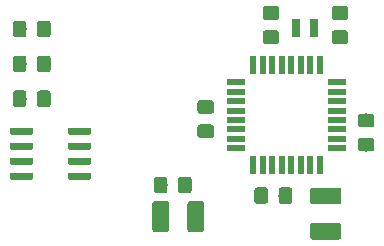
<source format=gbr>
G04 #@! TF.GenerationSoftware,KiCad,Pcbnew,(5.1.4)-1*
G04 #@! TF.CreationDate,2020-02-16T23:58:49-07:00*
G04 #@! TF.ProjectId,Torchic,546f7263-6869-4632-9e6b-696361645f70,rev?*
G04 #@! TF.SameCoordinates,Original*
G04 #@! TF.FileFunction,Paste,Top*
G04 #@! TF.FilePolarity,Positive*
%FSLAX46Y46*%
G04 Gerber Fmt 4.6, Leading zero omitted, Abs format (unit mm)*
G04 Created by KiCad (PCBNEW (5.1.4)-1) date 2020-02-16 23:58:49*
%MOMM*%
%LPD*%
G04 APERTURE LIST*
%ADD10C,0.100000*%
%ADD11C,1.425000*%
%ADD12R,0.800000X1.500000*%
%ADD13C,0.600000*%
%ADD14C,1.150000*%
%ADD15R,0.550000X1.600000*%
%ADD16R,1.600000X0.550000*%
G04 APERTURE END LIST*
D10*
G36*
X78138004Y-57731204D02*
G01*
X78162273Y-57734804D01*
X78186071Y-57740765D01*
X78209171Y-57749030D01*
X78231349Y-57759520D01*
X78252393Y-57772133D01*
X78272098Y-57786747D01*
X78290277Y-57803223D01*
X78306753Y-57821402D01*
X78321367Y-57841107D01*
X78333980Y-57862151D01*
X78344470Y-57884329D01*
X78352735Y-57907429D01*
X78358696Y-57931227D01*
X78362296Y-57955496D01*
X78363500Y-57980000D01*
X78363500Y-60130000D01*
X78362296Y-60154504D01*
X78358696Y-60178773D01*
X78352735Y-60202571D01*
X78344470Y-60225671D01*
X78333980Y-60247849D01*
X78321367Y-60268893D01*
X78306753Y-60288598D01*
X78290277Y-60306777D01*
X78272098Y-60323253D01*
X78252393Y-60337867D01*
X78231349Y-60350480D01*
X78209171Y-60360970D01*
X78186071Y-60369235D01*
X78162273Y-60375196D01*
X78138004Y-60378796D01*
X78113500Y-60380000D01*
X77188500Y-60380000D01*
X77163996Y-60378796D01*
X77139727Y-60375196D01*
X77115929Y-60369235D01*
X77092829Y-60360970D01*
X77070651Y-60350480D01*
X77049607Y-60337867D01*
X77029902Y-60323253D01*
X77011723Y-60306777D01*
X76995247Y-60288598D01*
X76980633Y-60268893D01*
X76968020Y-60247849D01*
X76957530Y-60225671D01*
X76949265Y-60202571D01*
X76943304Y-60178773D01*
X76939704Y-60154504D01*
X76938500Y-60130000D01*
X76938500Y-57980000D01*
X76939704Y-57955496D01*
X76943304Y-57931227D01*
X76949265Y-57907429D01*
X76957530Y-57884329D01*
X76968020Y-57862151D01*
X76980633Y-57841107D01*
X76995247Y-57821402D01*
X77011723Y-57803223D01*
X77029902Y-57786747D01*
X77049607Y-57772133D01*
X77070651Y-57759520D01*
X77092829Y-57749030D01*
X77115929Y-57740765D01*
X77139727Y-57734804D01*
X77163996Y-57731204D01*
X77188500Y-57730000D01*
X78113500Y-57730000D01*
X78138004Y-57731204D01*
X78138004Y-57731204D01*
G37*
D11*
X77651000Y-59055000D03*
D10*
G36*
X75163004Y-57731204D02*
G01*
X75187273Y-57734804D01*
X75211071Y-57740765D01*
X75234171Y-57749030D01*
X75256349Y-57759520D01*
X75277393Y-57772133D01*
X75297098Y-57786747D01*
X75315277Y-57803223D01*
X75331753Y-57821402D01*
X75346367Y-57841107D01*
X75358980Y-57862151D01*
X75369470Y-57884329D01*
X75377735Y-57907429D01*
X75383696Y-57931227D01*
X75387296Y-57955496D01*
X75388500Y-57980000D01*
X75388500Y-60130000D01*
X75387296Y-60154504D01*
X75383696Y-60178773D01*
X75377735Y-60202571D01*
X75369470Y-60225671D01*
X75358980Y-60247849D01*
X75346367Y-60268893D01*
X75331753Y-60288598D01*
X75315277Y-60306777D01*
X75297098Y-60323253D01*
X75277393Y-60337867D01*
X75256349Y-60350480D01*
X75234171Y-60360970D01*
X75211071Y-60369235D01*
X75187273Y-60375196D01*
X75163004Y-60378796D01*
X75138500Y-60380000D01*
X74213500Y-60380000D01*
X74188996Y-60378796D01*
X74164727Y-60375196D01*
X74140929Y-60369235D01*
X74117829Y-60360970D01*
X74095651Y-60350480D01*
X74074607Y-60337867D01*
X74054902Y-60323253D01*
X74036723Y-60306777D01*
X74020247Y-60288598D01*
X74005633Y-60268893D01*
X73993020Y-60247849D01*
X73982530Y-60225671D01*
X73974265Y-60202571D01*
X73968304Y-60178773D01*
X73964704Y-60154504D01*
X73963500Y-60130000D01*
X73963500Y-57980000D01*
X73964704Y-57955496D01*
X73968304Y-57931227D01*
X73974265Y-57907429D01*
X73982530Y-57884329D01*
X73993020Y-57862151D01*
X74005633Y-57841107D01*
X74020247Y-57821402D01*
X74036723Y-57803223D01*
X74054902Y-57786747D01*
X74074607Y-57772133D01*
X74095651Y-57759520D01*
X74117829Y-57749030D01*
X74140929Y-57740765D01*
X74164727Y-57734804D01*
X74188996Y-57731204D01*
X74213500Y-57730000D01*
X75138500Y-57730000D01*
X75163004Y-57731204D01*
X75163004Y-57731204D01*
G37*
D11*
X74676000Y-59055000D03*
D10*
G36*
X89745504Y-59577204D02*
G01*
X89769773Y-59580804D01*
X89793571Y-59586765D01*
X89816671Y-59595030D01*
X89838849Y-59605520D01*
X89859893Y-59618133D01*
X89879598Y-59632747D01*
X89897777Y-59649223D01*
X89914253Y-59667402D01*
X89928867Y-59687107D01*
X89941480Y-59708151D01*
X89951970Y-59730329D01*
X89960235Y-59753429D01*
X89966196Y-59777227D01*
X89969796Y-59801496D01*
X89971000Y-59826000D01*
X89971000Y-60751000D01*
X89969796Y-60775504D01*
X89966196Y-60799773D01*
X89960235Y-60823571D01*
X89951970Y-60846671D01*
X89941480Y-60868849D01*
X89928867Y-60889893D01*
X89914253Y-60909598D01*
X89897777Y-60927777D01*
X89879598Y-60944253D01*
X89859893Y-60958867D01*
X89838849Y-60971480D01*
X89816671Y-60981970D01*
X89793571Y-60990235D01*
X89769773Y-60996196D01*
X89745504Y-60999796D01*
X89721000Y-61001000D01*
X87571000Y-61001000D01*
X87546496Y-60999796D01*
X87522227Y-60996196D01*
X87498429Y-60990235D01*
X87475329Y-60981970D01*
X87453151Y-60971480D01*
X87432107Y-60958867D01*
X87412402Y-60944253D01*
X87394223Y-60927777D01*
X87377747Y-60909598D01*
X87363133Y-60889893D01*
X87350520Y-60868849D01*
X87340030Y-60846671D01*
X87331765Y-60823571D01*
X87325804Y-60799773D01*
X87322204Y-60775504D01*
X87321000Y-60751000D01*
X87321000Y-59826000D01*
X87322204Y-59801496D01*
X87325804Y-59777227D01*
X87331765Y-59753429D01*
X87340030Y-59730329D01*
X87350520Y-59708151D01*
X87363133Y-59687107D01*
X87377747Y-59667402D01*
X87394223Y-59649223D01*
X87412402Y-59632747D01*
X87432107Y-59618133D01*
X87453151Y-59605520D01*
X87475329Y-59595030D01*
X87498429Y-59586765D01*
X87522227Y-59580804D01*
X87546496Y-59577204D01*
X87571000Y-59576000D01*
X89721000Y-59576000D01*
X89745504Y-59577204D01*
X89745504Y-59577204D01*
G37*
D11*
X88646000Y-60288500D03*
D10*
G36*
X89745504Y-56602204D02*
G01*
X89769773Y-56605804D01*
X89793571Y-56611765D01*
X89816671Y-56620030D01*
X89838849Y-56630520D01*
X89859893Y-56643133D01*
X89879598Y-56657747D01*
X89897777Y-56674223D01*
X89914253Y-56692402D01*
X89928867Y-56712107D01*
X89941480Y-56733151D01*
X89951970Y-56755329D01*
X89960235Y-56778429D01*
X89966196Y-56802227D01*
X89969796Y-56826496D01*
X89971000Y-56851000D01*
X89971000Y-57776000D01*
X89969796Y-57800504D01*
X89966196Y-57824773D01*
X89960235Y-57848571D01*
X89951970Y-57871671D01*
X89941480Y-57893849D01*
X89928867Y-57914893D01*
X89914253Y-57934598D01*
X89897777Y-57952777D01*
X89879598Y-57969253D01*
X89859893Y-57983867D01*
X89838849Y-57996480D01*
X89816671Y-58006970D01*
X89793571Y-58015235D01*
X89769773Y-58021196D01*
X89745504Y-58024796D01*
X89721000Y-58026000D01*
X87571000Y-58026000D01*
X87546496Y-58024796D01*
X87522227Y-58021196D01*
X87498429Y-58015235D01*
X87475329Y-58006970D01*
X87453151Y-57996480D01*
X87432107Y-57983867D01*
X87412402Y-57969253D01*
X87394223Y-57952777D01*
X87377747Y-57934598D01*
X87363133Y-57914893D01*
X87350520Y-57893849D01*
X87340030Y-57871671D01*
X87331765Y-57848571D01*
X87325804Y-57824773D01*
X87322204Y-57800504D01*
X87321000Y-57776000D01*
X87321000Y-56851000D01*
X87322204Y-56826496D01*
X87325804Y-56802227D01*
X87331765Y-56778429D01*
X87340030Y-56755329D01*
X87350520Y-56733151D01*
X87363133Y-56712107D01*
X87377747Y-56692402D01*
X87394223Y-56674223D01*
X87412402Y-56657747D01*
X87432107Y-56643133D01*
X87453151Y-56630520D01*
X87475329Y-56620030D01*
X87498429Y-56611765D01*
X87522227Y-56605804D01*
X87546496Y-56602204D01*
X87571000Y-56601000D01*
X89721000Y-56601000D01*
X89745504Y-56602204D01*
X89745504Y-56602204D01*
G37*
D11*
X88646000Y-57313500D03*
D12*
X87668800Y-43103800D03*
X86168800Y-43103800D03*
D10*
G36*
X63707703Y-55326722D02*
G01*
X63722264Y-55328882D01*
X63736543Y-55332459D01*
X63750403Y-55337418D01*
X63763710Y-55343712D01*
X63776336Y-55351280D01*
X63788159Y-55360048D01*
X63799066Y-55369934D01*
X63808952Y-55380841D01*
X63817720Y-55392664D01*
X63825288Y-55405290D01*
X63831582Y-55418597D01*
X63836541Y-55432457D01*
X63840118Y-55446736D01*
X63842278Y-55461297D01*
X63843000Y-55476000D01*
X63843000Y-55776000D01*
X63842278Y-55790703D01*
X63840118Y-55805264D01*
X63836541Y-55819543D01*
X63831582Y-55833403D01*
X63825288Y-55846710D01*
X63817720Y-55859336D01*
X63808952Y-55871159D01*
X63799066Y-55882066D01*
X63788159Y-55891952D01*
X63776336Y-55900720D01*
X63763710Y-55908288D01*
X63750403Y-55914582D01*
X63736543Y-55919541D01*
X63722264Y-55923118D01*
X63707703Y-55925278D01*
X63693000Y-55926000D01*
X62043000Y-55926000D01*
X62028297Y-55925278D01*
X62013736Y-55923118D01*
X61999457Y-55919541D01*
X61985597Y-55914582D01*
X61972290Y-55908288D01*
X61959664Y-55900720D01*
X61947841Y-55891952D01*
X61936934Y-55882066D01*
X61927048Y-55871159D01*
X61918280Y-55859336D01*
X61910712Y-55846710D01*
X61904418Y-55833403D01*
X61899459Y-55819543D01*
X61895882Y-55805264D01*
X61893722Y-55790703D01*
X61893000Y-55776000D01*
X61893000Y-55476000D01*
X61893722Y-55461297D01*
X61895882Y-55446736D01*
X61899459Y-55432457D01*
X61904418Y-55418597D01*
X61910712Y-55405290D01*
X61918280Y-55392664D01*
X61927048Y-55380841D01*
X61936934Y-55369934D01*
X61947841Y-55360048D01*
X61959664Y-55351280D01*
X61972290Y-55343712D01*
X61985597Y-55337418D01*
X61999457Y-55332459D01*
X62013736Y-55328882D01*
X62028297Y-55326722D01*
X62043000Y-55326000D01*
X63693000Y-55326000D01*
X63707703Y-55326722D01*
X63707703Y-55326722D01*
G37*
D13*
X62868000Y-55626000D03*
D10*
G36*
X63707703Y-54056722D02*
G01*
X63722264Y-54058882D01*
X63736543Y-54062459D01*
X63750403Y-54067418D01*
X63763710Y-54073712D01*
X63776336Y-54081280D01*
X63788159Y-54090048D01*
X63799066Y-54099934D01*
X63808952Y-54110841D01*
X63817720Y-54122664D01*
X63825288Y-54135290D01*
X63831582Y-54148597D01*
X63836541Y-54162457D01*
X63840118Y-54176736D01*
X63842278Y-54191297D01*
X63843000Y-54206000D01*
X63843000Y-54506000D01*
X63842278Y-54520703D01*
X63840118Y-54535264D01*
X63836541Y-54549543D01*
X63831582Y-54563403D01*
X63825288Y-54576710D01*
X63817720Y-54589336D01*
X63808952Y-54601159D01*
X63799066Y-54612066D01*
X63788159Y-54621952D01*
X63776336Y-54630720D01*
X63763710Y-54638288D01*
X63750403Y-54644582D01*
X63736543Y-54649541D01*
X63722264Y-54653118D01*
X63707703Y-54655278D01*
X63693000Y-54656000D01*
X62043000Y-54656000D01*
X62028297Y-54655278D01*
X62013736Y-54653118D01*
X61999457Y-54649541D01*
X61985597Y-54644582D01*
X61972290Y-54638288D01*
X61959664Y-54630720D01*
X61947841Y-54621952D01*
X61936934Y-54612066D01*
X61927048Y-54601159D01*
X61918280Y-54589336D01*
X61910712Y-54576710D01*
X61904418Y-54563403D01*
X61899459Y-54549543D01*
X61895882Y-54535264D01*
X61893722Y-54520703D01*
X61893000Y-54506000D01*
X61893000Y-54206000D01*
X61893722Y-54191297D01*
X61895882Y-54176736D01*
X61899459Y-54162457D01*
X61904418Y-54148597D01*
X61910712Y-54135290D01*
X61918280Y-54122664D01*
X61927048Y-54110841D01*
X61936934Y-54099934D01*
X61947841Y-54090048D01*
X61959664Y-54081280D01*
X61972290Y-54073712D01*
X61985597Y-54067418D01*
X61999457Y-54062459D01*
X62013736Y-54058882D01*
X62028297Y-54056722D01*
X62043000Y-54056000D01*
X63693000Y-54056000D01*
X63707703Y-54056722D01*
X63707703Y-54056722D01*
G37*
D13*
X62868000Y-54356000D03*
D10*
G36*
X63707703Y-52786722D02*
G01*
X63722264Y-52788882D01*
X63736543Y-52792459D01*
X63750403Y-52797418D01*
X63763710Y-52803712D01*
X63776336Y-52811280D01*
X63788159Y-52820048D01*
X63799066Y-52829934D01*
X63808952Y-52840841D01*
X63817720Y-52852664D01*
X63825288Y-52865290D01*
X63831582Y-52878597D01*
X63836541Y-52892457D01*
X63840118Y-52906736D01*
X63842278Y-52921297D01*
X63843000Y-52936000D01*
X63843000Y-53236000D01*
X63842278Y-53250703D01*
X63840118Y-53265264D01*
X63836541Y-53279543D01*
X63831582Y-53293403D01*
X63825288Y-53306710D01*
X63817720Y-53319336D01*
X63808952Y-53331159D01*
X63799066Y-53342066D01*
X63788159Y-53351952D01*
X63776336Y-53360720D01*
X63763710Y-53368288D01*
X63750403Y-53374582D01*
X63736543Y-53379541D01*
X63722264Y-53383118D01*
X63707703Y-53385278D01*
X63693000Y-53386000D01*
X62043000Y-53386000D01*
X62028297Y-53385278D01*
X62013736Y-53383118D01*
X61999457Y-53379541D01*
X61985597Y-53374582D01*
X61972290Y-53368288D01*
X61959664Y-53360720D01*
X61947841Y-53351952D01*
X61936934Y-53342066D01*
X61927048Y-53331159D01*
X61918280Y-53319336D01*
X61910712Y-53306710D01*
X61904418Y-53293403D01*
X61899459Y-53279543D01*
X61895882Y-53265264D01*
X61893722Y-53250703D01*
X61893000Y-53236000D01*
X61893000Y-52936000D01*
X61893722Y-52921297D01*
X61895882Y-52906736D01*
X61899459Y-52892457D01*
X61904418Y-52878597D01*
X61910712Y-52865290D01*
X61918280Y-52852664D01*
X61927048Y-52840841D01*
X61936934Y-52829934D01*
X61947841Y-52820048D01*
X61959664Y-52811280D01*
X61972290Y-52803712D01*
X61985597Y-52797418D01*
X61999457Y-52792459D01*
X62013736Y-52788882D01*
X62028297Y-52786722D01*
X62043000Y-52786000D01*
X63693000Y-52786000D01*
X63707703Y-52786722D01*
X63707703Y-52786722D01*
G37*
D13*
X62868000Y-53086000D03*
D10*
G36*
X63707703Y-51516722D02*
G01*
X63722264Y-51518882D01*
X63736543Y-51522459D01*
X63750403Y-51527418D01*
X63763710Y-51533712D01*
X63776336Y-51541280D01*
X63788159Y-51550048D01*
X63799066Y-51559934D01*
X63808952Y-51570841D01*
X63817720Y-51582664D01*
X63825288Y-51595290D01*
X63831582Y-51608597D01*
X63836541Y-51622457D01*
X63840118Y-51636736D01*
X63842278Y-51651297D01*
X63843000Y-51666000D01*
X63843000Y-51966000D01*
X63842278Y-51980703D01*
X63840118Y-51995264D01*
X63836541Y-52009543D01*
X63831582Y-52023403D01*
X63825288Y-52036710D01*
X63817720Y-52049336D01*
X63808952Y-52061159D01*
X63799066Y-52072066D01*
X63788159Y-52081952D01*
X63776336Y-52090720D01*
X63763710Y-52098288D01*
X63750403Y-52104582D01*
X63736543Y-52109541D01*
X63722264Y-52113118D01*
X63707703Y-52115278D01*
X63693000Y-52116000D01*
X62043000Y-52116000D01*
X62028297Y-52115278D01*
X62013736Y-52113118D01*
X61999457Y-52109541D01*
X61985597Y-52104582D01*
X61972290Y-52098288D01*
X61959664Y-52090720D01*
X61947841Y-52081952D01*
X61936934Y-52072066D01*
X61927048Y-52061159D01*
X61918280Y-52049336D01*
X61910712Y-52036710D01*
X61904418Y-52023403D01*
X61899459Y-52009543D01*
X61895882Y-51995264D01*
X61893722Y-51980703D01*
X61893000Y-51966000D01*
X61893000Y-51666000D01*
X61893722Y-51651297D01*
X61895882Y-51636736D01*
X61899459Y-51622457D01*
X61904418Y-51608597D01*
X61910712Y-51595290D01*
X61918280Y-51582664D01*
X61927048Y-51570841D01*
X61936934Y-51559934D01*
X61947841Y-51550048D01*
X61959664Y-51541280D01*
X61972290Y-51533712D01*
X61985597Y-51527418D01*
X61999457Y-51522459D01*
X62013736Y-51518882D01*
X62028297Y-51516722D01*
X62043000Y-51516000D01*
X63693000Y-51516000D01*
X63707703Y-51516722D01*
X63707703Y-51516722D01*
G37*
D13*
X62868000Y-51816000D03*
D10*
G36*
X68657703Y-51516722D02*
G01*
X68672264Y-51518882D01*
X68686543Y-51522459D01*
X68700403Y-51527418D01*
X68713710Y-51533712D01*
X68726336Y-51541280D01*
X68738159Y-51550048D01*
X68749066Y-51559934D01*
X68758952Y-51570841D01*
X68767720Y-51582664D01*
X68775288Y-51595290D01*
X68781582Y-51608597D01*
X68786541Y-51622457D01*
X68790118Y-51636736D01*
X68792278Y-51651297D01*
X68793000Y-51666000D01*
X68793000Y-51966000D01*
X68792278Y-51980703D01*
X68790118Y-51995264D01*
X68786541Y-52009543D01*
X68781582Y-52023403D01*
X68775288Y-52036710D01*
X68767720Y-52049336D01*
X68758952Y-52061159D01*
X68749066Y-52072066D01*
X68738159Y-52081952D01*
X68726336Y-52090720D01*
X68713710Y-52098288D01*
X68700403Y-52104582D01*
X68686543Y-52109541D01*
X68672264Y-52113118D01*
X68657703Y-52115278D01*
X68643000Y-52116000D01*
X66993000Y-52116000D01*
X66978297Y-52115278D01*
X66963736Y-52113118D01*
X66949457Y-52109541D01*
X66935597Y-52104582D01*
X66922290Y-52098288D01*
X66909664Y-52090720D01*
X66897841Y-52081952D01*
X66886934Y-52072066D01*
X66877048Y-52061159D01*
X66868280Y-52049336D01*
X66860712Y-52036710D01*
X66854418Y-52023403D01*
X66849459Y-52009543D01*
X66845882Y-51995264D01*
X66843722Y-51980703D01*
X66843000Y-51966000D01*
X66843000Y-51666000D01*
X66843722Y-51651297D01*
X66845882Y-51636736D01*
X66849459Y-51622457D01*
X66854418Y-51608597D01*
X66860712Y-51595290D01*
X66868280Y-51582664D01*
X66877048Y-51570841D01*
X66886934Y-51559934D01*
X66897841Y-51550048D01*
X66909664Y-51541280D01*
X66922290Y-51533712D01*
X66935597Y-51527418D01*
X66949457Y-51522459D01*
X66963736Y-51518882D01*
X66978297Y-51516722D01*
X66993000Y-51516000D01*
X68643000Y-51516000D01*
X68657703Y-51516722D01*
X68657703Y-51516722D01*
G37*
D13*
X67818000Y-51816000D03*
D10*
G36*
X68657703Y-52786722D02*
G01*
X68672264Y-52788882D01*
X68686543Y-52792459D01*
X68700403Y-52797418D01*
X68713710Y-52803712D01*
X68726336Y-52811280D01*
X68738159Y-52820048D01*
X68749066Y-52829934D01*
X68758952Y-52840841D01*
X68767720Y-52852664D01*
X68775288Y-52865290D01*
X68781582Y-52878597D01*
X68786541Y-52892457D01*
X68790118Y-52906736D01*
X68792278Y-52921297D01*
X68793000Y-52936000D01*
X68793000Y-53236000D01*
X68792278Y-53250703D01*
X68790118Y-53265264D01*
X68786541Y-53279543D01*
X68781582Y-53293403D01*
X68775288Y-53306710D01*
X68767720Y-53319336D01*
X68758952Y-53331159D01*
X68749066Y-53342066D01*
X68738159Y-53351952D01*
X68726336Y-53360720D01*
X68713710Y-53368288D01*
X68700403Y-53374582D01*
X68686543Y-53379541D01*
X68672264Y-53383118D01*
X68657703Y-53385278D01*
X68643000Y-53386000D01*
X66993000Y-53386000D01*
X66978297Y-53385278D01*
X66963736Y-53383118D01*
X66949457Y-53379541D01*
X66935597Y-53374582D01*
X66922290Y-53368288D01*
X66909664Y-53360720D01*
X66897841Y-53351952D01*
X66886934Y-53342066D01*
X66877048Y-53331159D01*
X66868280Y-53319336D01*
X66860712Y-53306710D01*
X66854418Y-53293403D01*
X66849459Y-53279543D01*
X66845882Y-53265264D01*
X66843722Y-53250703D01*
X66843000Y-53236000D01*
X66843000Y-52936000D01*
X66843722Y-52921297D01*
X66845882Y-52906736D01*
X66849459Y-52892457D01*
X66854418Y-52878597D01*
X66860712Y-52865290D01*
X66868280Y-52852664D01*
X66877048Y-52840841D01*
X66886934Y-52829934D01*
X66897841Y-52820048D01*
X66909664Y-52811280D01*
X66922290Y-52803712D01*
X66935597Y-52797418D01*
X66949457Y-52792459D01*
X66963736Y-52788882D01*
X66978297Y-52786722D01*
X66993000Y-52786000D01*
X68643000Y-52786000D01*
X68657703Y-52786722D01*
X68657703Y-52786722D01*
G37*
D13*
X67818000Y-53086000D03*
D10*
G36*
X68657703Y-54056722D02*
G01*
X68672264Y-54058882D01*
X68686543Y-54062459D01*
X68700403Y-54067418D01*
X68713710Y-54073712D01*
X68726336Y-54081280D01*
X68738159Y-54090048D01*
X68749066Y-54099934D01*
X68758952Y-54110841D01*
X68767720Y-54122664D01*
X68775288Y-54135290D01*
X68781582Y-54148597D01*
X68786541Y-54162457D01*
X68790118Y-54176736D01*
X68792278Y-54191297D01*
X68793000Y-54206000D01*
X68793000Y-54506000D01*
X68792278Y-54520703D01*
X68790118Y-54535264D01*
X68786541Y-54549543D01*
X68781582Y-54563403D01*
X68775288Y-54576710D01*
X68767720Y-54589336D01*
X68758952Y-54601159D01*
X68749066Y-54612066D01*
X68738159Y-54621952D01*
X68726336Y-54630720D01*
X68713710Y-54638288D01*
X68700403Y-54644582D01*
X68686543Y-54649541D01*
X68672264Y-54653118D01*
X68657703Y-54655278D01*
X68643000Y-54656000D01*
X66993000Y-54656000D01*
X66978297Y-54655278D01*
X66963736Y-54653118D01*
X66949457Y-54649541D01*
X66935597Y-54644582D01*
X66922290Y-54638288D01*
X66909664Y-54630720D01*
X66897841Y-54621952D01*
X66886934Y-54612066D01*
X66877048Y-54601159D01*
X66868280Y-54589336D01*
X66860712Y-54576710D01*
X66854418Y-54563403D01*
X66849459Y-54549543D01*
X66845882Y-54535264D01*
X66843722Y-54520703D01*
X66843000Y-54506000D01*
X66843000Y-54206000D01*
X66843722Y-54191297D01*
X66845882Y-54176736D01*
X66849459Y-54162457D01*
X66854418Y-54148597D01*
X66860712Y-54135290D01*
X66868280Y-54122664D01*
X66877048Y-54110841D01*
X66886934Y-54099934D01*
X66897841Y-54090048D01*
X66909664Y-54081280D01*
X66922290Y-54073712D01*
X66935597Y-54067418D01*
X66949457Y-54062459D01*
X66963736Y-54058882D01*
X66978297Y-54056722D01*
X66993000Y-54056000D01*
X68643000Y-54056000D01*
X68657703Y-54056722D01*
X68657703Y-54056722D01*
G37*
D13*
X67818000Y-54356000D03*
D10*
G36*
X68657703Y-55326722D02*
G01*
X68672264Y-55328882D01*
X68686543Y-55332459D01*
X68700403Y-55337418D01*
X68713710Y-55343712D01*
X68726336Y-55351280D01*
X68738159Y-55360048D01*
X68749066Y-55369934D01*
X68758952Y-55380841D01*
X68767720Y-55392664D01*
X68775288Y-55405290D01*
X68781582Y-55418597D01*
X68786541Y-55432457D01*
X68790118Y-55446736D01*
X68792278Y-55461297D01*
X68793000Y-55476000D01*
X68793000Y-55776000D01*
X68792278Y-55790703D01*
X68790118Y-55805264D01*
X68786541Y-55819543D01*
X68781582Y-55833403D01*
X68775288Y-55846710D01*
X68767720Y-55859336D01*
X68758952Y-55871159D01*
X68749066Y-55882066D01*
X68738159Y-55891952D01*
X68726336Y-55900720D01*
X68713710Y-55908288D01*
X68700403Y-55914582D01*
X68686543Y-55919541D01*
X68672264Y-55923118D01*
X68657703Y-55925278D01*
X68643000Y-55926000D01*
X66993000Y-55926000D01*
X66978297Y-55925278D01*
X66963736Y-55923118D01*
X66949457Y-55919541D01*
X66935597Y-55914582D01*
X66922290Y-55908288D01*
X66909664Y-55900720D01*
X66897841Y-55891952D01*
X66886934Y-55882066D01*
X66877048Y-55871159D01*
X66868280Y-55859336D01*
X66860712Y-55846710D01*
X66854418Y-55833403D01*
X66849459Y-55819543D01*
X66845882Y-55805264D01*
X66843722Y-55790703D01*
X66843000Y-55776000D01*
X66843000Y-55476000D01*
X66843722Y-55461297D01*
X66845882Y-55446736D01*
X66849459Y-55432457D01*
X66854418Y-55418597D01*
X66860712Y-55405290D01*
X66868280Y-55392664D01*
X66877048Y-55380841D01*
X66886934Y-55369934D01*
X66897841Y-55360048D01*
X66909664Y-55351280D01*
X66922290Y-55343712D01*
X66935597Y-55337418D01*
X66949457Y-55332459D01*
X66963736Y-55328882D01*
X66978297Y-55326722D01*
X66993000Y-55326000D01*
X68643000Y-55326000D01*
X68657703Y-55326722D01*
X68657703Y-55326722D01*
G37*
D13*
X67818000Y-55626000D03*
D10*
G36*
X65128505Y-48381204D02*
G01*
X65152773Y-48384804D01*
X65176572Y-48390765D01*
X65199671Y-48399030D01*
X65221850Y-48409520D01*
X65242893Y-48422132D01*
X65262599Y-48436747D01*
X65280777Y-48453223D01*
X65297253Y-48471401D01*
X65311868Y-48491107D01*
X65324480Y-48512150D01*
X65334970Y-48534329D01*
X65343235Y-48557428D01*
X65349196Y-48581227D01*
X65352796Y-48605495D01*
X65354000Y-48629999D01*
X65354000Y-49530001D01*
X65352796Y-49554505D01*
X65349196Y-49578773D01*
X65343235Y-49602572D01*
X65334970Y-49625671D01*
X65324480Y-49647850D01*
X65311868Y-49668893D01*
X65297253Y-49688599D01*
X65280777Y-49706777D01*
X65262599Y-49723253D01*
X65242893Y-49737868D01*
X65221850Y-49750480D01*
X65199671Y-49760970D01*
X65176572Y-49769235D01*
X65152773Y-49775196D01*
X65128505Y-49778796D01*
X65104001Y-49780000D01*
X64453999Y-49780000D01*
X64429495Y-49778796D01*
X64405227Y-49775196D01*
X64381428Y-49769235D01*
X64358329Y-49760970D01*
X64336150Y-49750480D01*
X64315107Y-49737868D01*
X64295401Y-49723253D01*
X64277223Y-49706777D01*
X64260747Y-49688599D01*
X64246132Y-49668893D01*
X64233520Y-49647850D01*
X64223030Y-49625671D01*
X64214765Y-49602572D01*
X64208804Y-49578773D01*
X64205204Y-49554505D01*
X64204000Y-49530001D01*
X64204000Y-48629999D01*
X64205204Y-48605495D01*
X64208804Y-48581227D01*
X64214765Y-48557428D01*
X64223030Y-48534329D01*
X64233520Y-48512150D01*
X64246132Y-48491107D01*
X64260747Y-48471401D01*
X64277223Y-48453223D01*
X64295401Y-48436747D01*
X64315107Y-48422132D01*
X64336150Y-48409520D01*
X64358329Y-48399030D01*
X64381428Y-48390765D01*
X64405227Y-48384804D01*
X64429495Y-48381204D01*
X64453999Y-48380000D01*
X65104001Y-48380000D01*
X65128505Y-48381204D01*
X65128505Y-48381204D01*
G37*
D14*
X64779000Y-49080000D03*
D10*
G36*
X63078505Y-48381204D02*
G01*
X63102773Y-48384804D01*
X63126572Y-48390765D01*
X63149671Y-48399030D01*
X63171850Y-48409520D01*
X63192893Y-48422132D01*
X63212599Y-48436747D01*
X63230777Y-48453223D01*
X63247253Y-48471401D01*
X63261868Y-48491107D01*
X63274480Y-48512150D01*
X63284970Y-48534329D01*
X63293235Y-48557428D01*
X63299196Y-48581227D01*
X63302796Y-48605495D01*
X63304000Y-48629999D01*
X63304000Y-49530001D01*
X63302796Y-49554505D01*
X63299196Y-49578773D01*
X63293235Y-49602572D01*
X63284970Y-49625671D01*
X63274480Y-49647850D01*
X63261868Y-49668893D01*
X63247253Y-49688599D01*
X63230777Y-49706777D01*
X63212599Y-49723253D01*
X63192893Y-49737868D01*
X63171850Y-49750480D01*
X63149671Y-49760970D01*
X63126572Y-49769235D01*
X63102773Y-49775196D01*
X63078505Y-49778796D01*
X63054001Y-49780000D01*
X62403999Y-49780000D01*
X62379495Y-49778796D01*
X62355227Y-49775196D01*
X62331428Y-49769235D01*
X62308329Y-49760970D01*
X62286150Y-49750480D01*
X62265107Y-49737868D01*
X62245401Y-49723253D01*
X62227223Y-49706777D01*
X62210747Y-49688599D01*
X62196132Y-49668893D01*
X62183520Y-49647850D01*
X62173030Y-49625671D01*
X62164765Y-49602572D01*
X62158804Y-49578773D01*
X62155204Y-49554505D01*
X62154000Y-49530001D01*
X62154000Y-48629999D01*
X62155204Y-48605495D01*
X62158804Y-48581227D01*
X62164765Y-48557428D01*
X62173030Y-48534329D01*
X62183520Y-48512150D01*
X62196132Y-48491107D01*
X62210747Y-48471401D01*
X62227223Y-48453223D01*
X62245401Y-48436747D01*
X62265107Y-48422132D01*
X62286150Y-48409520D01*
X62308329Y-48399030D01*
X62331428Y-48390765D01*
X62355227Y-48384804D01*
X62379495Y-48381204D01*
X62403999Y-48380000D01*
X63054001Y-48380000D01*
X63078505Y-48381204D01*
X63078505Y-48381204D01*
G37*
D14*
X62729000Y-49080000D03*
D10*
G36*
X65128505Y-45431204D02*
G01*
X65152773Y-45434804D01*
X65176572Y-45440765D01*
X65199671Y-45449030D01*
X65221850Y-45459520D01*
X65242893Y-45472132D01*
X65262599Y-45486747D01*
X65280777Y-45503223D01*
X65297253Y-45521401D01*
X65311868Y-45541107D01*
X65324480Y-45562150D01*
X65334970Y-45584329D01*
X65343235Y-45607428D01*
X65349196Y-45631227D01*
X65352796Y-45655495D01*
X65354000Y-45679999D01*
X65354000Y-46580001D01*
X65352796Y-46604505D01*
X65349196Y-46628773D01*
X65343235Y-46652572D01*
X65334970Y-46675671D01*
X65324480Y-46697850D01*
X65311868Y-46718893D01*
X65297253Y-46738599D01*
X65280777Y-46756777D01*
X65262599Y-46773253D01*
X65242893Y-46787868D01*
X65221850Y-46800480D01*
X65199671Y-46810970D01*
X65176572Y-46819235D01*
X65152773Y-46825196D01*
X65128505Y-46828796D01*
X65104001Y-46830000D01*
X64453999Y-46830000D01*
X64429495Y-46828796D01*
X64405227Y-46825196D01*
X64381428Y-46819235D01*
X64358329Y-46810970D01*
X64336150Y-46800480D01*
X64315107Y-46787868D01*
X64295401Y-46773253D01*
X64277223Y-46756777D01*
X64260747Y-46738599D01*
X64246132Y-46718893D01*
X64233520Y-46697850D01*
X64223030Y-46675671D01*
X64214765Y-46652572D01*
X64208804Y-46628773D01*
X64205204Y-46604505D01*
X64204000Y-46580001D01*
X64204000Y-45679999D01*
X64205204Y-45655495D01*
X64208804Y-45631227D01*
X64214765Y-45607428D01*
X64223030Y-45584329D01*
X64233520Y-45562150D01*
X64246132Y-45541107D01*
X64260747Y-45521401D01*
X64277223Y-45503223D01*
X64295401Y-45486747D01*
X64315107Y-45472132D01*
X64336150Y-45459520D01*
X64358329Y-45449030D01*
X64381428Y-45440765D01*
X64405227Y-45434804D01*
X64429495Y-45431204D01*
X64453999Y-45430000D01*
X65104001Y-45430000D01*
X65128505Y-45431204D01*
X65128505Y-45431204D01*
G37*
D14*
X64779000Y-46130000D03*
D10*
G36*
X63078505Y-45431204D02*
G01*
X63102773Y-45434804D01*
X63126572Y-45440765D01*
X63149671Y-45449030D01*
X63171850Y-45459520D01*
X63192893Y-45472132D01*
X63212599Y-45486747D01*
X63230777Y-45503223D01*
X63247253Y-45521401D01*
X63261868Y-45541107D01*
X63274480Y-45562150D01*
X63284970Y-45584329D01*
X63293235Y-45607428D01*
X63299196Y-45631227D01*
X63302796Y-45655495D01*
X63304000Y-45679999D01*
X63304000Y-46580001D01*
X63302796Y-46604505D01*
X63299196Y-46628773D01*
X63293235Y-46652572D01*
X63284970Y-46675671D01*
X63274480Y-46697850D01*
X63261868Y-46718893D01*
X63247253Y-46738599D01*
X63230777Y-46756777D01*
X63212599Y-46773253D01*
X63192893Y-46787868D01*
X63171850Y-46800480D01*
X63149671Y-46810970D01*
X63126572Y-46819235D01*
X63102773Y-46825196D01*
X63078505Y-46828796D01*
X63054001Y-46830000D01*
X62403999Y-46830000D01*
X62379495Y-46828796D01*
X62355227Y-46825196D01*
X62331428Y-46819235D01*
X62308329Y-46810970D01*
X62286150Y-46800480D01*
X62265107Y-46787868D01*
X62245401Y-46773253D01*
X62227223Y-46756777D01*
X62210747Y-46738599D01*
X62196132Y-46718893D01*
X62183520Y-46697850D01*
X62173030Y-46675671D01*
X62164765Y-46652572D01*
X62158804Y-46628773D01*
X62155204Y-46604505D01*
X62154000Y-46580001D01*
X62154000Y-45679999D01*
X62155204Y-45655495D01*
X62158804Y-45631227D01*
X62164765Y-45607428D01*
X62173030Y-45584329D01*
X62183520Y-45562150D01*
X62196132Y-45541107D01*
X62210747Y-45521401D01*
X62227223Y-45503223D01*
X62245401Y-45486747D01*
X62265107Y-45472132D01*
X62286150Y-45459520D01*
X62308329Y-45449030D01*
X62331428Y-45440765D01*
X62355227Y-45434804D01*
X62379495Y-45431204D01*
X62403999Y-45430000D01*
X63054001Y-45430000D01*
X63078505Y-45431204D01*
X63078505Y-45431204D01*
G37*
D14*
X62729000Y-46130000D03*
D10*
G36*
X65128505Y-42481204D02*
G01*
X65152773Y-42484804D01*
X65176572Y-42490765D01*
X65199671Y-42499030D01*
X65221850Y-42509520D01*
X65242893Y-42522132D01*
X65262599Y-42536747D01*
X65280777Y-42553223D01*
X65297253Y-42571401D01*
X65311868Y-42591107D01*
X65324480Y-42612150D01*
X65334970Y-42634329D01*
X65343235Y-42657428D01*
X65349196Y-42681227D01*
X65352796Y-42705495D01*
X65354000Y-42729999D01*
X65354000Y-43630001D01*
X65352796Y-43654505D01*
X65349196Y-43678773D01*
X65343235Y-43702572D01*
X65334970Y-43725671D01*
X65324480Y-43747850D01*
X65311868Y-43768893D01*
X65297253Y-43788599D01*
X65280777Y-43806777D01*
X65262599Y-43823253D01*
X65242893Y-43837868D01*
X65221850Y-43850480D01*
X65199671Y-43860970D01*
X65176572Y-43869235D01*
X65152773Y-43875196D01*
X65128505Y-43878796D01*
X65104001Y-43880000D01*
X64453999Y-43880000D01*
X64429495Y-43878796D01*
X64405227Y-43875196D01*
X64381428Y-43869235D01*
X64358329Y-43860970D01*
X64336150Y-43850480D01*
X64315107Y-43837868D01*
X64295401Y-43823253D01*
X64277223Y-43806777D01*
X64260747Y-43788599D01*
X64246132Y-43768893D01*
X64233520Y-43747850D01*
X64223030Y-43725671D01*
X64214765Y-43702572D01*
X64208804Y-43678773D01*
X64205204Y-43654505D01*
X64204000Y-43630001D01*
X64204000Y-42729999D01*
X64205204Y-42705495D01*
X64208804Y-42681227D01*
X64214765Y-42657428D01*
X64223030Y-42634329D01*
X64233520Y-42612150D01*
X64246132Y-42591107D01*
X64260747Y-42571401D01*
X64277223Y-42553223D01*
X64295401Y-42536747D01*
X64315107Y-42522132D01*
X64336150Y-42509520D01*
X64358329Y-42499030D01*
X64381428Y-42490765D01*
X64405227Y-42484804D01*
X64429495Y-42481204D01*
X64453999Y-42480000D01*
X65104001Y-42480000D01*
X65128505Y-42481204D01*
X65128505Y-42481204D01*
G37*
D14*
X64779000Y-43180000D03*
D10*
G36*
X63078505Y-42481204D02*
G01*
X63102773Y-42484804D01*
X63126572Y-42490765D01*
X63149671Y-42499030D01*
X63171850Y-42509520D01*
X63192893Y-42522132D01*
X63212599Y-42536747D01*
X63230777Y-42553223D01*
X63247253Y-42571401D01*
X63261868Y-42591107D01*
X63274480Y-42612150D01*
X63284970Y-42634329D01*
X63293235Y-42657428D01*
X63299196Y-42681227D01*
X63302796Y-42705495D01*
X63304000Y-42729999D01*
X63304000Y-43630001D01*
X63302796Y-43654505D01*
X63299196Y-43678773D01*
X63293235Y-43702572D01*
X63284970Y-43725671D01*
X63274480Y-43747850D01*
X63261868Y-43768893D01*
X63247253Y-43788599D01*
X63230777Y-43806777D01*
X63212599Y-43823253D01*
X63192893Y-43837868D01*
X63171850Y-43850480D01*
X63149671Y-43860970D01*
X63126572Y-43869235D01*
X63102773Y-43875196D01*
X63078505Y-43878796D01*
X63054001Y-43880000D01*
X62403999Y-43880000D01*
X62379495Y-43878796D01*
X62355227Y-43875196D01*
X62331428Y-43869235D01*
X62308329Y-43860970D01*
X62286150Y-43850480D01*
X62265107Y-43837868D01*
X62245401Y-43823253D01*
X62227223Y-43806777D01*
X62210747Y-43788599D01*
X62196132Y-43768893D01*
X62183520Y-43747850D01*
X62173030Y-43725671D01*
X62164765Y-43702572D01*
X62158804Y-43678773D01*
X62155204Y-43654505D01*
X62154000Y-43630001D01*
X62154000Y-42729999D01*
X62155204Y-42705495D01*
X62158804Y-42681227D01*
X62164765Y-42657428D01*
X62173030Y-42634329D01*
X62183520Y-42612150D01*
X62196132Y-42591107D01*
X62210747Y-42571401D01*
X62227223Y-42553223D01*
X62245401Y-42536747D01*
X62265107Y-42522132D01*
X62286150Y-42509520D01*
X62308329Y-42499030D01*
X62331428Y-42490765D01*
X62355227Y-42484804D01*
X62379495Y-42481204D01*
X62403999Y-42480000D01*
X63054001Y-42480000D01*
X63078505Y-42481204D01*
X63078505Y-42481204D01*
G37*
D14*
X62729000Y-43180000D03*
D15*
X88125000Y-54728000D03*
X87325000Y-54728000D03*
X86525000Y-54728000D03*
X85725000Y-54728000D03*
X84925000Y-54728000D03*
X84125000Y-54728000D03*
X83325000Y-54728000D03*
X82525000Y-54728000D03*
D16*
X81075000Y-53278000D03*
X81075000Y-52478000D03*
X81075000Y-51678000D03*
X81075000Y-50878000D03*
X81075000Y-50078000D03*
X81075000Y-49278000D03*
X81075000Y-48478000D03*
X81075000Y-47678000D03*
D15*
X82525000Y-46228000D03*
X83325000Y-46228000D03*
X84125000Y-46228000D03*
X84925000Y-46228000D03*
X85725000Y-46228000D03*
X86525000Y-46228000D03*
X87325000Y-46228000D03*
X88125000Y-46228000D03*
D16*
X89575000Y-47678000D03*
X89575000Y-48478000D03*
X89575000Y-49278000D03*
X89575000Y-50078000D03*
X89575000Y-50878000D03*
X89575000Y-51678000D03*
X89575000Y-52478000D03*
X89575000Y-53278000D03*
D10*
G36*
X83534505Y-56578204D02*
G01*
X83558773Y-56581804D01*
X83582572Y-56587765D01*
X83605671Y-56596030D01*
X83627850Y-56606520D01*
X83648893Y-56619132D01*
X83668599Y-56633747D01*
X83686777Y-56650223D01*
X83703253Y-56668401D01*
X83717868Y-56688107D01*
X83730480Y-56709150D01*
X83740970Y-56731329D01*
X83749235Y-56754428D01*
X83755196Y-56778227D01*
X83758796Y-56802495D01*
X83760000Y-56826999D01*
X83760000Y-57727001D01*
X83758796Y-57751505D01*
X83755196Y-57775773D01*
X83749235Y-57799572D01*
X83740970Y-57822671D01*
X83730480Y-57844850D01*
X83717868Y-57865893D01*
X83703253Y-57885599D01*
X83686777Y-57903777D01*
X83668599Y-57920253D01*
X83648893Y-57934868D01*
X83627850Y-57947480D01*
X83605671Y-57957970D01*
X83582572Y-57966235D01*
X83558773Y-57972196D01*
X83534505Y-57975796D01*
X83510001Y-57977000D01*
X82859999Y-57977000D01*
X82835495Y-57975796D01*
X82811227Y-57972196D01*
X82787428Y-57966235D01*
X82764329Y-57957970D01*
X82742150Y-57947480D01*
X82721107Y-57934868D01*
X82701401Y-57920253D01*
X82683223Y-57903777D01*
X82666747Y-57885599D01*
X82652132Y-57865893D01*
X82639520Y-57844850D01*
X82629030Y-57822671D01*
X82620765Y-57799572D01*
X82614804Y-57775773D01*
X82611204Y-57751505D01*
X82610000Y-57727001D01*
X82610000Y-56826999D01*
X82611204Y-56802495D01*
X82614804Y-56778227D01*
X82620765Y-56754428D01*
X82629030Y-56731329D01*
X82639520Y-56709150D01*
X82652132Y-56688107D01*
X82666747Y-56668401D01*
X82683223Y-56650223D01*
X82701401Y-56633747D01*
X82721107Y-56619132D01*
X82742150Y-56606520D01*
X82764329Y-56596030D01*
X82787428Y-56587765D01*
X82811227Y-56581804D01*
X82835495Y-56578204D01*
X82859999Y-56577000D01*
X83510001Y-56577000D01*
X83534505Y-56578204D01*
X83534505Y-56578204D01*
G37*
D14*
X83185000Y-57277000D03*
D10*
G36*
X85584505Y-56578204D02*
G01*
X85608773Y-56581804D01*
X85632572Y-56587765D01*
X85655671Y-56596030D01*
X85677850Y-56606520D01*
X85698893Y-56619132D01*
X85718599Y-56633747D01*
X85736777Y-56650223D01*
X85753253Y-56668401D01*
X85767868Y-56688107D01*
X85780480Y-56709150D01*
X85790970Y-56731329D01*
X85799235Y-56754428D01*
X85805196Y-56778227D01*
X85808796Y-56802495D01*
X85810000Y-56826999D01*
X85810000Y-57727001D01*
X85808796Y-57751505D01*
X85805196Y-57775773D01*
X85799235Y-57799572D01*
X85790970Y-57822671D01*
X85780480Y-57844850D01*
X85767868Y-57865893D01*
X85753253Y-57885599D01*
X85736777Y-57903777D01*
X85718599Y-57920253D01*
X85698893Y-57934868D01*
X85677850Y-57947480D01*
X85655671Y-57957970D01*
X85632572Y-57966235D01*
X85608773Y-57972196D01*
X85584505Y-57975796D01*
X85560001Y-57977000D01*
X84909999Y-57977000D01*
X84885495Y-57975796D01*
X84861227Y-57972196D01*
X84837428Y-57966235D01*
X84814329Y-57957970D01*
X84792150Y-57947480D01*
X84771107Y-57934868D01*
X84751401Y-57920253D01*
X84733223Y-57903777D01*
X84716747Y-57885599D01*
X84702132Y-57865893D01*
X84689520Y-57844850D01*
X84679030Y-57822671D01*
X84670765Y-57799572D01*
X84664804Y-57775773D01*
X84661204Y-57751505D01*
X84660000Y-57727001D01*
X84660000Y-56826999D01*
X84661204Y-56802495D01*
X84664804Y-56778227D01*
X84670765Y-56754428D01*
X84679030Y-56731329D01*
X84689520Y-56709150D01*
X84702132Y-56688107D01*
X84716747Y-56668401D01*
X84733223Y-56650223D01*
X84751401Y-56633747D01*
X84771107Y-56619132D01*
X84792150Y-56606520D01*
X84814329Y-56596030D01*
X84837428Y-56587765D01*
X84861227Y-56581804D01*
X84885495Y-56578204D01*
X84909999Y-56577000D01*
X85560001Y-56577000D01*
X85584505Y-56578204D01*
X85584505Y-56578204D01*
G37*
D14*
X85235000Y-57277000D03*
D10*
G36*
X92549505Y-52394204D02*
G01*
X92573773Y-52397804D01*
X92597572Y-52403765D01*
X92620671Y-52412030D01*
X92642850Y-52422520D01*
X92663893Y-52435132D01*
X92683599Y-52449747D01*
X92701777Y-52466223D01*
X92718253Y-52484401D01*
X92732868Y-52504107D01*
X92745480Y-52525150D01*
X92755970Y-52547329D01*
X92764235Y-52570428D01*
X92770196Y-52594227D01*
X92773796Y-52618495D01*
X92775000Y-52642999D01*
X92775000Y-53293001D01*
X92773796Y-53317505D01*
X92770196Y-53341773D01*
X92764235Y-53365572D01*
X92755970Y-53388671D01*
X92745480Y-53410850D01*
X92732868Y-53431893D01*
X92718253Y-53451599D01*
X92701777Y-53469777D01*
X92683599Y-53486253D01*
X92663893Y-53500868D01*
X92642850Y-53513480D01*
X92620671Y-53523970D01*
X92597572Y-53532235D01*
X92573773Y-53538196D01*
X92549505Y-53541796D01*
X92525001Y-53543000D01*
X91624999Y-53543000D01*
X91600495Y-53541796D01*
X91576227Y-53538196D01*
X91552428Y-53532235D01*
X91529329Y-53523970D01*
X91507150Y-53513480D01*
X91486107Y-53500868D01*
X91466401Y-53486253D01*
X91448223Y-53469777D01*
X91431747Y-53451599D01*
X91417132Y-53431893D01*
X91404520Y-53410850D01*
X91394030Y-53388671D01*
X91385765Y-53365572D01*
X91379804Y-53341773D01*
X91376204Y-53317505D01*
X91375000Y-53293001D01*
X91375000Y-52642999D01*
X91376204Y-52618495D01*
X91379804Y-52594227D01*
X91385765Y-52570428D01*
X91394030Y-52547329D01*
X91404520Y-52525150D01*
X91417132Y-52504107D01*
X91431747Y-52484401D01*
X91448223Y-52466223D01*
X91466401Y-52449747D01*
X91486107Y-52435132D01*
X91507150Y-52422520D01*
X91529329Y-52412030D01*
X91552428Y-52403765D01*
X91576227Y-52397804D01*
X91600495Y-52394204D01*
X91624999Y-52393000D01*
X92525001Y-52393000D01*
X92549505Y-52394204D01*
X92549505Y-52394204D01*
G37*
D14*
X92075000Y-52968000D03*
D10*
G36*
X92549505Y-50344204D02*
G01*
X92573773Y-50347804D01*
X92597572Y-50353765D01*
X92620671Y-50362030D01*
X92642850Y-50372520D01*
X92663893Y-50385132D01*
X92683599Y-50399747D01*
X92701777Y-50416223D01*
X92718253Y-50434401D01*
X92732868Y-50454107D01*
X92745480Y-50475150D01*
X92755970Y-50497329D01*
X92764235Y-50520428D01*
X92770196Y-50544227D01*
X92773796Y-50568495D01*
X92775000Y-50592999D01*
X92775000Y-51243001D01*
X92773796Y-51267505D01*
X92770196Y-51291773D01*
X92764235Y-51315572D01*
X92755970Y-51338671D01*
X92745480Y-51360850D01*
X92732868Y-51381893D01*
X92718253Y-51401599D01*
X92701777Y-51419777D01*
X92683599Y-51436253D01*
X92663893Y-51450868D01*
X92642850Y-51463480D01*
X92620671Y-51473970D01*
X92597572Y-51482235D01*
X92573773Y-51488196D01*
X92549505Y-51491796D01*
X92525001Y-51493000D01*
X91624999Y-51493000D01*
X91600495Y-51491796D01*
X91576227Y-51488196D01*
X91552428Y-51482235D01*
X91529329Y-51473970D01*
X91507150Y-51463480D01*
X91486107Y-51450868D01*
X91466401Y-51436253D01*
X91448223Y-51419777D01*
X91431747Y-51401599D01*
X91417132Y-51381893D01*
X91404520Y-51360850D01*
X91394030Y-51338671D01*
X91385765Y-51315572D01*
X91379804Y-51291773D01*
X91376204Y-51267505D01*
X91375000Y-51243001D01*
X91375000Y-50592999D01*
X91376204Y-50568495D01*
X91379804Y-50544227D01*
X91385765Y-50520428D01*
X91394030Y-50497329D01*
X91404520Y-50475150D01*
X91417132Y-50454107D01*
X91431747Y-50434401D01*
X91448223Y-50416223D01*
X91466401Y-50399747D01*
X91486107Y-50385132D01*
X91507150Y-50372520D01*
X91529329Y-50362030D01*
X91552428Y-50353765D01*
X91576227Y-50347804D01*
X91600495Y-50344204D01*
X91624999Y-50343000D01*
X92525001Y-50343000D01*
X92549505Y-50344204D01*
X92549505Y-50344204D01*
G37*
D14*
X92075000Y-50918000D03*
D10*
G36*
X78960505Y-51260204D02*
G01*
X78984773Y-51263804D01*
X79008572Y-51269765D01*
X79031671Y-51278030D01*
X79053850Y-51288520D01*
X79074893Y-51301132D01*
X79094599Y-51315747D01*
X79112777Y-51332223D01*
X79129253Y-51350401D01*
X79143868Y-51370107D01*
X79156480Y-51391150D01*
X79166970Y-51413329D01*
X79175235Y-51436428D01*
X79181196Y-51460227D01*
X79184796Y-51484495D01*
X79186000Y-51508999D01*
X79186000Y-52159001D01*
X79184796Y-52183505D01*
X79181196Y-52207773D01*
X79175235Y-52231572D01*
X79166970Y-52254671D01*
X79156480Y-52276850D01*
X79143868Y-52297893D01*
X79129253Y-52317599D01*
X79112777Y-52335777D01*
X79094599Y-52352253D01*
X79074893Y-52366868D01*
X79053850Y-52379480D01*
X79031671Y-52389970D01*
X79008572Y-52398235D01*
X78984773Y-52404196D01*
X78960505Y-52407796D01*
X78936001Y-52409000D01*
X78035999Y-52409000D01*
X78011495Y-52407796D01*
X77987227Y-52404196D01*
X77963428Y-52398235D01*
X77940329Y-52389970D01*
X77918150Y-52379480D01*
X77897107Y-52366868D01*
X77877401Y-52352253D01*
X77859223Y-52335777D01*
X77842747Y-52317599D01*
X77828132Y-52297893D01*
X77815520Y-52276850D01*
X77805030Y-52254671D01*
X77796765Y-52231572D01*
X77790804Y-52207773D01*
X77787204Y-52183505D01*
X77786000Y-52159001D01*
X77786000Y-51508999D01*
X77787204Y-51484495D01*
X77790804Y-51460227D01*
X77796765Y-51436428D01*
X77805030Y-51413329D01*
X77815520Y-51391150D01*
X77828132Y-51370107D01*
X77842747Y-51350401D01*
X77859223Y-51332223D01*
X77877401Y-51315747D01*
X77897107Y-51301132D01*
X77918150Y-51288520D01*
X77940329Y-51278030D01*
X77963428Y-51269765D01*
X77987227Y-51263804D01*
X78011495Y-51260204D01*
X78035999Y-51259000D01*
X78936001Y-51259000D01*
X78960505Y-51260204D01*
X78960505Y-51260204D01*
G37*
D14*
X78486000Y-51834000D03*
D10*
G36*
X78960505Y-49210204D02*
G01*
X78984773Y-49213804D01*
X79008572Y-49219765D01*
X79031671Y-49228030D01*
X79053850Y-49238520D01*
X79074893Y-49251132D01*
X79094599Y-49265747D01*
X79112777Y-49282223D01*
X79129253Y-49300401D01*
X79143868Y-49320107D01*
X79156480Y-49341150D01*
X79166970Y-49363329D01*
X79175235Y-49386428D01*
X79181196Y-49410227D01*
X79184796Y-49434495D01*
X79186000Y-49458999D01*
X79186000Y-50109001D01*
X79184796Y-50133505D01*
X79181196Y-50157773D01*
X79175235Y-50181572D01*
X79166970Y-50204671D01*
X79156480Y-50226850D01*
X79143868Y-50247893D01*
X79129253Y-50267599D01*
X79112777Y-50285777D01*
X79094599Y-50302253D01*
X79074893Y-50316868D01*
X79053850Y-50329480D01*
X79031671Y-50339970D01*
X79008572Y-50348235D01*
X78984773Y-50354196D01*
X78960505Y-50357796D01*
X78936001Y-50359000D01*
X78035999Y-50359000D01*
X78011495Y-50357796D01*
X77987227Y-50354196D01*
X77963428Y-50348235D01*
X77940329Y-50339970D01*
X77918150Y-50329480D01*
X77897107Y-50316868D01*
X77877401Y-50302253D01*
X77859223Y-50285777D01*
X77842747Y-50267599D01*
X77828132Y-50247893D01*
X77815520Y-50226850D01*
X77805030Y-50204671D01*
X77796765Y-50181572D01*
X77790804Y-50157773D01*
X77787204Y-50133505D01*
X77786000Y-50109001D01*
X77786000Y-49458999D01*
X77787204Y-49434495D01*
X77790804Y-49410227D01*
X77796765Y-49386428D01*
X77805030Y-49363329D01*
X77815520Y-49341150D01*
X77828132Y-49320107D01*
X77842747Y-49300401D01*
X77859223Y-49282223D01*
X77877401Y-49265747D01*
X77897107Y-49251132D01*
X77918150Y-49238520D01*
X77940329Y-49228030D01*
X77963428Y-49219765D01*
X77987227Y-49213804D01*
X78011495Y-49210204D01*
X78035999Y-49209000D01*
X78936001Y-49209000D01*
X78960505Y-49210204D01*
X78960505Y-49210204D01*
G37*
D14*
X78486000Y-49784000D03*
D10*
G36*
X84472305Y-41242004D02*
G01*
X84496573Y-41245604D01*
X84520372Y-41251565D01*
X84543471Y-41259830D01*
X84565650Y-41270320D01*
X84586693Y-41282932D01*
X84606399Y-41297547D01*
X84624577Y-41314023D01*
X84641053Y-41332201D01*
X84655668Y-41351907D01*
X84668280Y-41372950D01*
X84678770Y-41395129D01*
X84687035Y-41418228D01*
X84692996Y-41442027D01*
X84696596Y-41466295D01*
X84697800Y-41490799D01*
X84697800Y-42140801D01*
X84696596Y-42165305D01*
X84692996Y-42189573D01*
X84687035Y-42213372D01*
X84678770Y-42236471D01*
X84668280Y-42258650D01*
X84655668Y-42279693D01*
X84641053Y-42299399D01*
X84624577Y-42317577D01*
X84606399Y-42334053D01*
X84586693Y-42348668D01*
X84565650Y-42361280D01*
X84543471Y-42371770D01*
X84520372Y-42380035D01*
X84496573Y-42385996D01*
X84472305Y-42389596D01*
X84447801Y-42390800D01*
X83547799Y-42390800D01*
X83523295Y-42389596D01*
X83499027Y-42385996D01*
X83475228Y-42380035D01*
X83452129Y-42371770D01*
X83429950Y-42361280D01*
X83408907Y-42348668D01*
X83389201Y-42334053D01*
X83371023Y-42317577D01*
X83354547Y-42299399D01*
X83339932Y-42279693D01*
X83327320Y-42258650D01*
X83316830Y-42236471D01*
X83308565Y-42213372D01*
X83302604Y-42189573D01*
X83299004Y-42165305D01*
X83297800Y-42140801D01*
X83297800Y-41490799D01*
X83299004Y-41466295D01*
X83302604Y-41442027D01*
X83308565Y-41418228D01*
X83316830Y-41395129D01*
X83327320Y-41372950D01*
X83339932Y-41351907D01*
X83354547Y-41332201D01*
X83371023Y-41314023D01*
X83389201Y-41297547D01*
X83408907Y-41282932D01*
X83429950Y-41270320D01*
X83452129Y-41259830D01*
X83475228Y-41251565D01*
X83499027Y-41245604D01*
X83523295Y-41242004D01*
X83547799Y-41240800D01*
X84447801Y-41240800D01*
X84472305Y-41242004D01*
X84472305Y-41242004D01*
G37*
D14*
X83997800Y-41815800D03*
D10*
G36*
X84472305Y-43292004D02*
G01*
X84496573Y-43295604D01*
X84520372Y-43301565D01*
X84543471Y-43309830D01*
X84565650Y-43320320D01*
X84586693Y-43332932D01*
X84606399Y-43347547D01*
X84624577Y-43364023D01*
X84641053Y-43382201D01*
X84655668Y-43401907D01*
X84668280Y-43422950D01*
X84678770Y-43445129D01*
X84687035Y-43468228D01*
X84692996Y-43492027D01*
X84696596Y-43516295D01*
X84697800Y-43540799D01*
X84697800Y-44190801D01*
X84696596Y-44215305D01*
X84692996Y-44239573D01*
X84687035Y-44263372D01*
X84678770Y-44286471D01*
X84668280Y-44308650D01*
X84655668Y-44329693D01*
X84641053Y-44349399D01*
X84624577Y-44367577D01*
X84606399Y-44384053D01*
X84586693Y-44398668D01*
X84565650Y-44411280D01*
X84543471Y-44421770D01*
X84520372Y-44430035D01*
X84496573Y-44435996D01*
X84472305Y-44439596D01*
X84447801Y-44440800D01*
X83547799Y-44440800D01*
X83523295Y-44439596D01*
X83499027Y-44435996D01*
X83475228Y-44430035D01*
X83452129Y-44421770D01*
X83429950Y-44411280D01*
X83408907Y-44398668D01*
X83389201Y-44384053D01*
X83371023Y-44367577D01*
X83354547Y-44349399D01*
X83339932Y-44329693D01*
X83327320Y-44308650D01*
X83316830Y-44286471D01*
X83308565Y-44263372D01*
X83302604Y-44239573D01*
X83299004Y-44215305D01*
X83297800Y-44190801D01*
X83297800Y-43540799D01*
X83299004Y-43516295D01*
X83302604Y-43492027D01*
X83308565Y-43468228D01*
X83316830Y-43445129D01*
X83327320Y-43422950D01*
X83339932Y-43401907D01*
X83354547Y-43382201D01*
X83371023Y-43364023D01*
X83389201Y-43347547D01*
X83408907Y-43332932D01*
X83429950Y-43320320D01*
X83452129Y-43309830D01*
X83475228Y-43301565D01*
X83499027Y-43295604D01*
X83523295Y-43292004D01*
X83547799Y-43290800D01*
X84447801Y-43290800D01*
X84472305Y-43292004D01*
X84472305Y-43292004D01*
G37*
D14*
X83997800Y-43865800D03*
D10*
G36*
X90314305Y-41242004D02*
G01*
X90338573Y-41245604D01*
X90362372Y-41251565D01*
X90385471Y-41259830D01*
X90407650Y-41270320D01*
X90428693Y-41282932D01*
X90448399Y-41297547D01*
X90466577Y-41314023D01*
X90483053Y-41332201D01*
X90497668Y-41351907D01*
X90510280Y-41372950D01*
X90520770Y-41395129D01*
X90529035Y-41418228D01*
X90534996Y-41442027D01*
X90538596Y-41466295D01*
X90539800Y-41490799D01*
X90539800Y-42140801D01*
X90538596Y-42165305D01*
X90534996Y-42189573D01*
X90529035Y-42213372D01*
X90520770Y-42236471D01*
X90510280Y-42258650D01*
X90497668Y-42279693D01*
X90483053Y-42299399D01*
X90466577Y-42317577D01*
X90448399Y-42334053D01*
X90428693Y-42348668D01*
X90407650Y-42361280D01*
X90385471Y-42371770D01*
X90362372Y-42380035D01*
X90338573Y-42385996D01*
X90314305Y-42389596D01*
X90289801Y-42390800D01*
X89389799Y-42390800D01*
X89365295Y-42389596D01*
X89341027Y-42385996D01*
X89317228Y-42380035D01*
X89294129Y-42371770D01*
X89271950Y-42361280D01*
X89250907Y-42348668D01*
X89231201Y-42334053D01*
X89213023Y-42317577D01*
X89196547Y-42299399D01*
X89181932Y-42279693D01*
X89169320Y-42258650D01*
X89158830Y-42236471D01*
X89150565Y-42213372D01*
X89144604Y-42189573D01*
X89141004Y-42165305D01*
X89139800Y-42140801D01*
X89139800Y-41490799D01*
X89141004Y-41466295D01*
X89144604Y-41442027D01*
X89150565Y-41418228D01*
X89158830Y-41395129D01*
X89169320Y-41372950D01*
X89181932Y-41351907D01*
X89196547Y-41332201D01*
X89213023Y-41314023D01*
X89231201Y-41297547D01*
X89250907Y-41282932D01*
X89271950Y-41270320D01*
X89294129Y-41259830D01*
X89317228Y-41251565D01*
X89341027Y-41245604D01*
X89365295Y-41242004D01*
X89389799Y-41240800D01*
X90289801Y-41240800D01*
X90314305Y-41242004D01*
X90314305Y-41242004D01*
G37*
D14*
X89839800Y-41815800D03*
D10*
G36*
X90314305Y-43292004D02*
G01*
X90338573Y-43295604D01*
X90362372Y-43301565D01*
X90385471Y-43309830D01*
X90407650Y-43320320D01*
X90428693Y-43332932D01*
X90448399Y-43347547D01*
X90466577Y-43364023D01*
X90483053Y-43382201D01*
X90497668Y-43401907D01*
X90510280Y-43422950D01*
X90520770Y-43445129D01*
X90529035Y-43468228D01*
X90534996Y-43492027D01*
X90538596Y-43516295D01*
X90539800Y-43540799D01*
X90539800Y-44190801D01*
X90538596Y-44215305D01*
X90534996Y-44239573D01*
X90529035Y-44263372D01*
X90520770Y-44286471D01*
X90510280Y-44308650D01*
X90497668Y-44329693D01*
X90483053Y-44349399D01*
X90466577Y-44367577D01*
X90448399Y-44384053D01*
X90428693Y-44398668D01*
X90407650Y-44411280D01*
X90385471Y-44421770D01*
X90362372Y-44430035D01*
X90338573Y-44435996D01*
X90314305Y-44439596D01*
X90289801Y-44440800D01*
X89389799Y-44440800D01*
X89365295Y-44439596D01*
X89341027Y-44435996D01*
X89317228Y-44430035D01*
X89294129Y-44421770D01*
X89271950Y-44411280D01*
X89250907Y-44398668D01*
X89231201Y-44384053D01*
X89213023Y-44367577D01*
X89196547Y-44349399D01*
X89181932Y-44329693D01*
X89169320Y-44308650D01*
X89158830Y-44286471D01*
X89150565Y-44263372D01*
X89144604Y-44239573D01*
X89141004Y-44215305D01*
X89139800Y-44190801D01*
X89139800Y-43540799D01*
X89141004Y-43516295D01*
X89144604Y-43492027D01*
X89150565Y-43468228D01*
X89158830Y-43445129D01*
X89169320Y-43422950D01*
X89181932Y-43401907D01*
X89196547Y-43382201D01*
X89213023Y-43364023D01*
X89231201Y-43347547D01*
X89250907Y-43332932D01*
X89271950Y-43320320D01*
X89294129Y-43309830D01*
X89317228Y-43301565D01*
X89341027Y-43295604D01*
X89365295Y-43292004D01*
X89389799Y-43290800D01*
X90289801Y-43290800D01*
X90314305Y-43292004D01*
X90314305Y-43292004D01*
G37*
D14*
X89839800Y-43865800D03*
D10*
G36*
X77066505Y-55689204D02*
G01*
X77090773Y-55692804D01*
X77114572Y-55698765D01*
X77137671Y-55707030D01*
X77159850Y-55717520D01*
X77180893Y-55730132D01*
X77200599Y-55744747D01*
X77218777Y-55761223D01*
X77235253Y-55779401D01*
X77249868Y-55799107D01*
X77262480Y-55820150D01*
X77272970Y-55842329D01*
X77281235Y-55865428D01*
X77287196Y-55889227D01*
X77290796Y-55913495D01*
X77292000Y-55937999D01*
X77292000Y-56838001D01*
X77290796Y-56862505D01*
X77287196Y-56886773D01*
X77281235Y-56910572D01*
X77272970Y-56933671D01*
X77262480Y-56955850D01*
X77249868Y-56976893D01*
X77235253Y-56996599D01*
X77218777Y-57014777D01*
X77200599Y-57031253D01*
X77180893Y-57045868D01*
X77159850Y-57058480D01*
X77137671Y-57068970D01*
X77114572Y-57077235D01*
X77090773Y-57083196D01*
X77066505Y-57086796D01*
X77042001Y-57088000D01*
X76391999Y-57088000D01*
X76367495Y-57086796D01*
X76343227Y-57083196D01*
X76319428Y-57077235D01*
X76296329Y-57068970D01*
X76274150Y-57058480D01*
X76253107Y-57045868D01*
X76233401Y-57031253D01*
X76215223Y-57014777D01*
X76198747Y-56996599D01*
X76184132Y-56976893D01*
X76171520Y-56955850D01*
X76161030Y-56933671D01*
X76152765Y-56910572D01*
X76146804Y-56886773D01*
X76143204Y-56862505D01*
X76142000Y-56838001D01*
X76142000Y-55937999D01*
X76143204Y-55913495D01*
X76146804Y-55889227D01*
X76152765Y-55865428D01*
X76161030Y-55842329D01*
X76171520Y-55820150D01*
X76184132Y-55799107D01*
X76198747Y-55779401D01*
X76215223Y-55761223D01*
X76233401Y-55744747D01*
X76253107Y-55730132D01*
X76274150Y-55717520D01*
X76296329Y-55707030D01*
X76319428Y-55698765D01*
X76343227Y-55692804D01*
X76367495Y-55689204D01*
X76391999Y-55688000D01*
X77042001Y-55688000D01*
X77066505Y-55689204D01*
X77066505Y-55689204D01*
G37*
D14*
X76717000Y-56388000D03*
D10*
G36*
X75016505Y-55689204D02*
G01*
X75040773Y-55692804D01*
X75064572Y-55698765D01*
X75087671Y-55707030D01*
X75109850Y-55717520D01*
X75130893Y-55730132D01*
X75150599Y-55744747D01*
X75168777Y-55761223D01*
X75185253Y-55779401D01*
X75199868Y-55799107D01*
X75212480Y-55820150D01*
X75222970Y-55842329D01*
X75231235Y-55865428D01*
X75237196Y-55889227D01*
X75240796Y-55913495D01*
X75242000Y-55937999D01*
X75242000Y-56838001D01*
X75240796Y-56862505D01*
X75237196Y-56886773D01*
X75231235Y-56910572D01*
X75222970Y-56933671D01*
X75212480Y-56955850D01*
X75199868Y-56976893D01*
X75185253Y-56996599D01*
X75168777Y-57014777D01*
X75150599Y-57031253D01*
X75130893Y-57045868D01*
X75109850Y-57058480D01*
X75087671Y-57068970D01*
X75064572Y-57077235D01*
X75040773Y-57083196D01*
X75016505Y-57086796D01*
X74992001Y-57088000D01*
X74341999Y-57088000D01*
X74317495Y-57086796D01*
X74293227Y-57083196D01*
X74269428Y-57077235D01*
X74246329Y-57068970D01*
X74224150Y-57058480D01*
X74203107Y-57045868D01*
X74183401Y-57031253D01*
X74165223Y-57014777D01*
X74148747Y-56996599D01*
X74134132Y-56976893D01*
X74121520Y-56955850D01*
X74111030Y-56933671D01*
X74102765Y-56910572D01*
X74096804Y-56886773D01*
X74093204Y-56862505D01*
X74092000Y-56838001D01*
X74092000Y-55937999D01*
X74093204Y-55913495D01*
X74096804Y-55889227D01*
X74102765Y-55865428D01*
X74111030Y-55842329D01*
X74121520Y-55820150D01*
X74134132Y-55799107D01*
X74148747Y-55779401D01*
X74165223Y-55761223D01*
X74183401Y-55744747D01*
X74203107Y-55730132D01*
X74224150Y-55717520D01*
X74246329Y-55707030D01*
X74269428Y-55698765D01*
X74293227Y-55692804D01*
X74317495Y-55689204D01*
X74341999Y-55688000D01*
X74992001Y-55688000D01*
X75016505Y-55689204D01*
X75016505Y-55689204D01*
G37*
D14*
X74667000Y-56388000D03*
M02*

</source>
